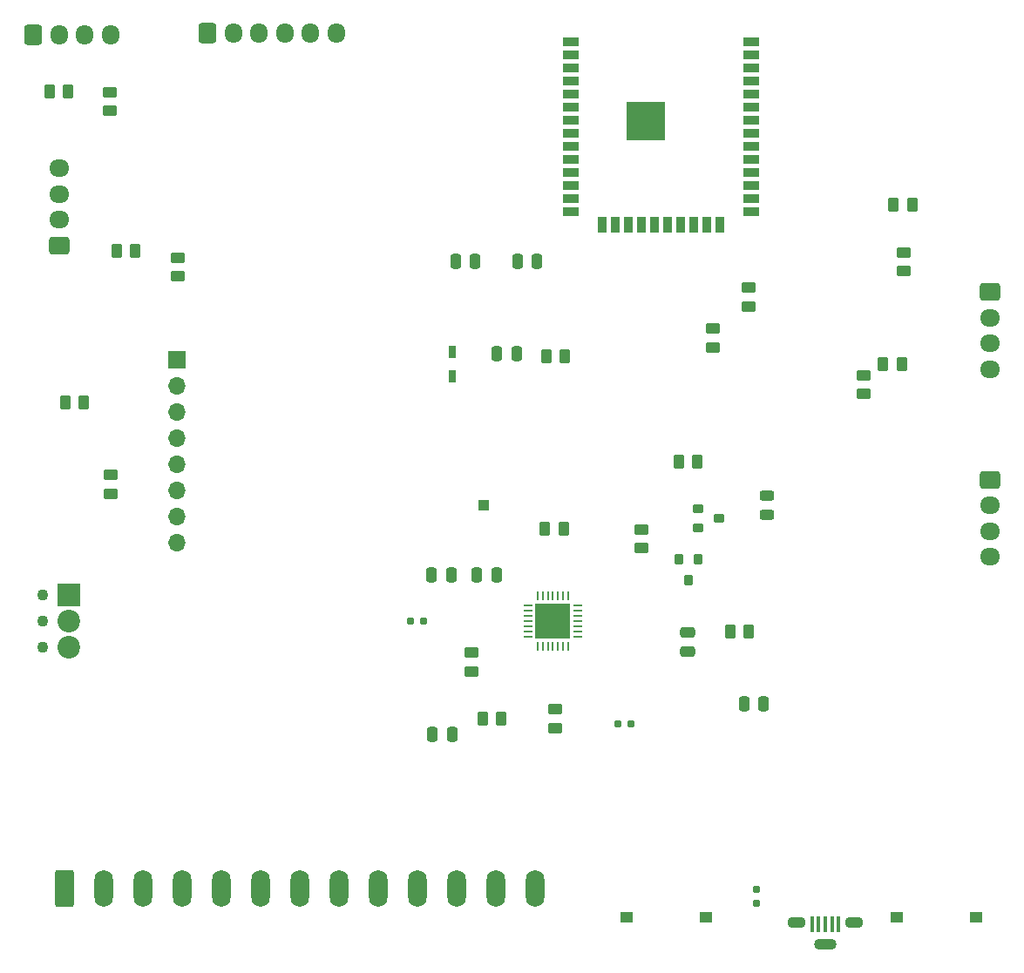
<source format=gts>
G04 #@! TF.GenerationSoftware,KiCad,Pcbnew,8.0.8*
G04 #@! TF.CreationDate,2025-01-30T15:15:15-05:00*
G04 #@! TF.ProjectId,FORWARD-PCB,464f5257-4152-4442-9d50-43422e6b6963,rev?*
G04 #@! TF.SameCoordinates,Original*
G04 #@! TF.FileFunction,Soldermask,Top*
G04 #@! TF.FilePolarity,Negative*
%FSLAX46Y46*%
G04 Gerber Fmt 4.6, Leading zero omitted, Abs format (unit mm)*
G04 Created by KiCad (PCBNEW 8.0.8) date 2025-01-30 15:15:15*
%MOMM*%
%LPD*%
G01*
G04 APERTURE LIST*
G04 Aperture macros list*
%AMRoundRect*
0 Rectangle with rounded corners*
0 $1 Rounding radius*
0 $2 $3 $4 $5 $6 $7 $8 $9 X,Y pos of 4 corners*
0 Add a 4 corners polygon primitive as box body*
4,1,4,$2,$3,$4,$5,$6,$7,$8,$9,$2,$3,0*
0 Add four circle primitives for the rounded corners*
1,1,$1+$1,$2,$3*
1,1,$1+$1,$4,$5*
1,1,$1+$1,$6,$7*
1,1,$1+$1,$8,$9*
0 Add four rect primitives between the rounded corners*
20,1,$1+$1,$2,$3,$4,$5,0*
20,1,$1+$1,$4,$5,$6,$7,0*
20,1,$1+$1,$6,$7,$8,$9,0*
20,1,$1+$1,$8,$9,$2,$3,0*%
G04 Aperture macros list end*
%ADD10RoundRect,0.250000X0.725000X-0.600000X0.725000X0.600000X-0.725000X0.600000X-0.725000X-0.600000X0*%
%ADD11O,1.950000X1.700000*%
%ADD12R,0.450000X1.500000*%
%ADD13O,1.800000X1.100000*%
%ADD14O,2.200000X1.100000*%
%ADD15RoundRect,0.250000X0.262500X0.450000X-0.262500X0.450000X-0.262500X-0.450000X0.262500X-0.450000X0*%
%ADD16RoundRect,0.250000X-0.450000X0.262500X-0.450000X-0.262500X0.450000X-0.262500X0.450000X0.262500X0*%
%ADD17R,1.000000X1.000000*%
%ADD18RoundRect,0.250000X-0.600000X-0.725000X0.600000X-0.725000X0.600000X0.725000X-0.600000X0.725000X0*%
%ADD19O,1.700000X1.950000*%
%ADD20RoundRect,0.102000X-0.300000X0.400000X-0.300000X-0.400000X0.300000X-0.400000X0.300000X0.400000X0*%
%ADD21RoundRect,0.250000X-0.250000X-0.475000X0.250000X-0.475000X0.250000X0.475000X-0.250000X0.475000X0*%
%ADD22RoundRect,0.250000X-0.475000X0.250000X-0.475000X-0.250000X0.475000X-0.250000X0.475000X0.250000X0*%
%ADD23R,1.250000X1.000000*%
%ADD24R,1.700000X1.700000*%
%ADD25O,1.700000X1.700000*%
%ADD26RoundRect,0.243750X-0.456250X0.243750X-0.456250X-0.243750X0.456250X-0.243750X0.456250X0.243750X0*%
%ADD27RoundRect,0.250000X-0.262500X-0.450000X0.262500X-0.450000X0.262500X0.450000X-0.262500X0.450000X0*%
%ADD28RoundRect,0.250000X-0.725000X0.600000X-0.725000X-0.600000X0.725000X-0.600000X0.725000X0.600000X0*%
%ADD29RoundRect,0.102000X-0.400000X-0.300000X0.400000X-0.300000X0.400000X0.300000X-0.400000X0.300000X0*%
%ADD30RoundRect,0.250000X-0.650000X-1.550000X0.650000X-1.550000X0.650000X1.550000X-0.650000X1.550000X0*%
%ADD31O,1.800000X3.600000*%
%ADD32C,1.100000*%
%ADD33R,2.200000X2.200000*%
%ADD34C,2.200000*%
%ADD35RoundRect,0.250000X0.250000X0.475000X-0.250000X0.475000X-0.250000X-0.475000X0.250000X-0.475000X0*%
%ADD36RoundRect,0.102000X0.240000X0.200000X-0.240000X0.200000X-0.240000X-0.200000X0.240000X-0.200000X0*%
%ADD37R,1.500000X0.900000*%
%ADD38R,0.900000X1.500000*%
%ADD39C,0.600000*%
%ADD40R,3.800000X3.800000*%
%ADD41RoundRect,0.102000X-0.230000X0.520000X-0.230000X-0.520000X0.230000X-0.520000X0.230000X0.520000X0*%
%ADD42RoundRect,0.102000X-0.200000X0.240000X-0.200000X-0.240000X0.200000X-0.240000X0.200000X0.240000X0*%
%ADD43RoundRect,0.062500X-0.337500X-0.062500X0.337500X-0.062500X0.337500X0.062500X-0.337500X0.062500X0*%
%ADD44RoundRect,0.062500X-0.062500X-0.337500X0.062500X-0.337500X0.062500X0.337500X-0.062500X0.337500X0*%
%ADD45R,3.350000X3.350000*%
%ADD46RoundRect,0.250000X0.450000X-0.262500X0.450000X0.262500X-0.450000X0.262500X-0.450000X-0.262500X0*%
G04 APERTURE END LIST*
D10*
X105500000Y-76000000D03*
D11*
X105500000Y-73500000D03*
X105500000Y-71000000D03*
X105500000Y-68500000D03*
D12*
X178650000Y-142000000D03*
X179300000Y-142000000D03*
X179950000Y-142000000D03*
X180600000Y-142000000D03*
X181250000Y-142000000D03*
D13*
X177150000Y-141750000D03*
D14*
X179950000Y-143900000D03*
D13*
X182750000Y-141750000D03*
D15*
X107912500Y-91205000D03*
X106087500Y-91205000D03*
D16*
X187600000Y-76675000D03*
X187600000Y-78500000D03*
D17*
X146750000Y-101250000D03*
D18*
X119950000Y-55332500D03*
D19*
X122450000Y-55332500D03*
X124950000Y-55332500D03*
X127450000Y-55332500D03*
X129950000Y-55332500D03*
X132450000Y-55332500D03*
D20*
X167619740Y-106490000D03*
X165719740Y-106490000D03*
X166669740Y-108510000D03*
D21*
X172050000Y-120500000D03*
X173950000Y-120500000D03*
D22*
X166619740Y-113600000D03*
X166619740Y-115500000D03*
D23*
X186875000Y-141250000D03*
X194625000Y-141250000D03*
D24*
X117000000Y-87125000D03*
D25*
X117000000Y-89665000D03*
X117000000Y-92205000D03*
X117000000Y-94745000D03*
X117000000Y-97285000D03*
X117000000Y-99825000D03*
X117000000Y-102365000D03*
X117000000Y-104905000D03*
D16*
X153750000Y-121087500D03*
X153750000Y-122912500D03*
D26*
X174250000Y-100312500D03*
X174250000Y-102187500D03*
D16*
X117062500Y-77175000D03*
X117062500Y-79000000D03*
D21*
X141719740Y-108000000D03*
X143619740Y-108000000D03*
D27*
X152837500Y-86750000D03*
X154662500Y-86750000D03*
D16*
X162119740Y-103587500D03*
X162119740Y-105412500D03*
D27*
X146675000Y-122000000D03*
X148500000Y-122000000D03*
D28*
X195967500Y-80500000D03*
D11*
X195967500Y-83000000D03*
X195967500Y-85500000D03*
X195967500Y-88000000D03*
D21*
X146119740Y-108000000D03*
X148019740Y-108000000D03*
D29*
X167599740Y-101560000D03*
X167599740Y-103460000D03*
X169619740Y-102510000D03*
D27*
X165707240Y-97000000D03*
X167532240Y-97000000D03*
D23*
X160625000Y-141250000D03*
X168375000Y-141250000D03*
D15*
X188412500Y-72000000D03*
X186587500Y-72000000D03*
D30*
X106020000Y-138500000D03*
D31*
X109830000Y-138500000D03*
X113640000Y-138500000D03*
X117450000Y-138500000D03*
X121260000Y-138500000D03*
X125070000Y-138500000D03*
X128880000Y-138500000D03*
X132690000Y-138500000D03*
X136500000Y-138500000D03*
X140310000Y-138500000D03*
X144120000Y-138500000D03*
X147930000Y-138500000D03*
X151740000Y-138500000D03*
D27*
X104587500Y-61000000D03*
X106412500Y-61000000D03*
D15*
X172532240Y-113500000D03*
X170707240Y-113500000D03*
D21*
X150050000Y-77500000D03*
X151950000Y-77500000D03*
D32*
X103960000Y-109960000D03*
X103960000Y-112500000D03*
X103960000Y-115040000D03*
D33*
X106500000Y-109960000D03*
D34*
X106500000Y-112500000D03*
X106500000Y-115040000D03*
D16*
X169000000Y-84087500D03*
X169000000Y-85912500D03*
X172500000Y-80087500D03*
X172500000Y-81912500D03*
D35*
X143700000Y-123500000D03*
X141800000Y-123500000D03*
D36*
X161119740Y-122500000D03*
X159799740Y-122500000D03*
D37*
X155250000Y-56180000D03*
X155250000Y-57450000D03*
X155250000Y-58720000D03*
X155250000Y-59990000D03*
X155250000Y-61260000D03*
X155250000Y-62530000D03*
X155250000Y-63800000D03*
X155250000Y-65070000D03*
X155250000Y-66340000D03*
X155250000Y-67610000D03*
X155250000Y-68880000D03*
X155250000Y-70150000D03*
X155250000Y-71420000D03*
X155250000Y-72690000D03*
D38*
X158290000Y-73940000D03*
X159560000Y-73940000D03*
X160830000Y-73940000D03*
X162100000Y-73940000D03*
X163370000Y-73940000D03*
X164640000Y-73940000D03*
X165910000Y-73940000D03*
X167180000Y-73940000D03*
X168450000Y-73940000D03*
X169720000Y-73940000D03*
D37*
X172750000Y-72690000D03*
X172750000Y-71420000D03*
X172750000Y-70150000D03*
X172750000Y-68880000D03*
X172750000Y-67610000D03*
X172750000Y-66340000D03*
X172750000Y-65070000D03*
X172750000Y-63800000D03*
X172750000Y-62530000D03*
X172750000Y-61260000D03*
X172750000Y-59990000D03*
X172750000Y-58720000D03*
X172750000Y-57450000D03*
X172750000Y-56180000D03*
D39*
X161100000Y-63200000D03*
X161100000Y-64600000D03*
X161800000Y-62500000D03*
X161800000Y-63900000D03*
X161800000Y-65300000D03*
X162475000Y-63200000D03*
X162475000Y-64600000D03*
D40*
X162500000Y-63900000D03*
D39*
X163200000Y-62500000D03*
X163200000Y-63900000D03*
X163200000Y-65300000D03*
X163900000Y-63200000D03*
X163900000Y-64600000D03*
D15*
X154532240Y-103500000D03*
X152707240Y-103500000D03*
D16*
X110412500Y-61087500D03*
X110412500Y-62912500D03*
D41*
X143750000Y-88690000D03*
X143750000Y-86310000D03*
D42*
X173250000Y-138590000D03*
X173250000Y-139910000D03*
D36*
X140939740Y-112500000D03*
X139619740Y-112500000D03*
D27*
X111087500Y-76500000D03*
X112912500Y-76500000D03*
D18*
X103000000Y-55500000D03*
D19*
X105500000Y-55500000D03*
X108000000Y-55500000D03*
X110500000Y-55500000D03*
D35*
X145950000Y-77500000D03*
X144050000Y-77500000D03*
D16*
X183700000Y-88587500D03*
X183700000Y-90412500D03*
D43*
X151049740Y-111000000D03*
X151049740Y-111500000D03*
X151049740Y-112000000D03*
X151049740Y-112500000D03*
X151049740Y-113000000D03*
X151049740Y-113500000D03*
X151049740Y-114000000D03*
D44*
X151999740Y-114950000D03*
X152499740Y-114950000D03*
X152999740Y-114950000D03*
X153499740Y-114950000D03*
X153999740Y-114950000D03*
X154499740Y-114950000D03*
X154999740Y-114950000D03*
D43*
X155949740Y-114000000D03*
X155949740Y-113500000D03*
X155949740Y-113000000D03*
X155949740Y-112500000D03*
X155949740Y-112000000D03*
X155949740Y-111500000D03*
X155949740Y-111000000D03*
D44*
X154999740Y-110050000D03*
X154499740Y-110050000D03*
X153999740Y-110050000D03*
X153499740Y-110050000D03*
X152999740Y-110050000D03*
X152499740Y-110050000D03*
X151999740Y-110050000D03*
D45*
X153499740Y-112500000D03*
D46*
X145619740Y-117412500D03*
X145619740Y-115587500D03*
D16*
X110500000Y-98292500D03*
X110500000Y-100117500D03*
D28*
X195967500Y-98750000D03*
D11*
X195967500Y-101250000D03*
X195967500Y-103750000D03*
X195967500Y-106250000D03*
D21*
X148050000Y-86500000D03*
X149950000Y-86500000D03*
D15*
X187412500Y-87500000D03*
X185587500Y-87500000D03*
M02*

</source>
